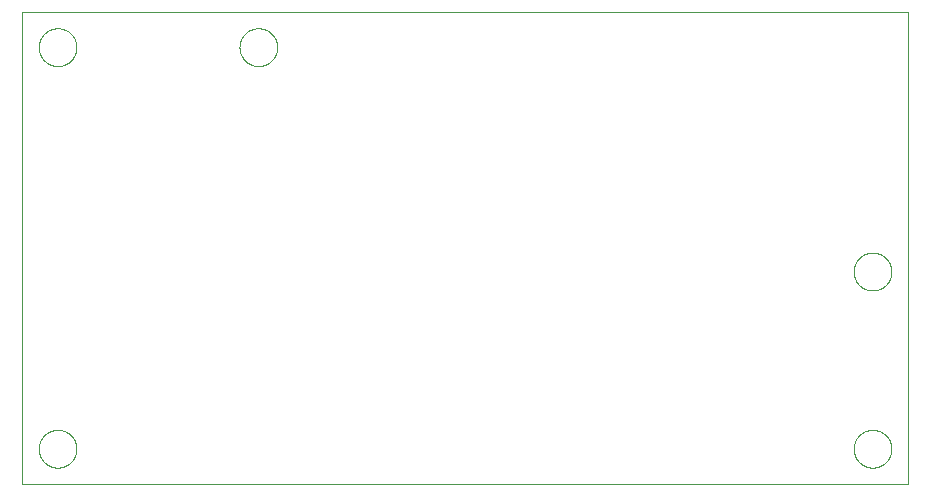
<source format=gko>
G75*
%MOIN*%
%OFA0B0*%
%FSLAX25Y25*%
%IPPOS*%
%LPD*%
%AMOC8*
5,1,8,0,0,1.08239X$1,22.5*
%
%ADD10C,0.00000*%
D10*
X0008825Y0014337D02*
X0008825Y0171818D01*
X0304101Y0171818D01*
X0304101Y0014337D01*
X0008825Y0014337D01*
X0014337Y0026148D02*
X0014339Y0026306D01*
X0014345Y0026464D01*
X0014355Y0026622D01*
X0014369Y0026780D01*
X0014387Y0026937D01*
X0014408Y0027094D01*
X0014434Y0027250D01*
X0014464Y0027406D01*
X0014497Y0027561D01*
X0014535Y0027714D01*
X0014576Y0027867D01*
X0014621Y0028019D01*
X0014670Y0028170D01*
X0014723Y0028319D01*
X0014779Y0028467D01*
X0014839Y0028613D01*
X0014903Y0028758D01*
X0014971Y0028901D01*
X0015042Y0029043D01*
X0015116Y0029183D01*
X0015194Y0029320D01*
X0015276Y0029456D01*
X0015360Y0029590D01*
X0015449Y0029721D01*
X0015540Y0029850D01*
X0015635Y0029977D01*
X0015732Y0030102D01*
X0015833Y0030224D01*
X0015937Y0030343D01*
X0016044Y0030460D01*
X0016154Y0030574D01*
X0016267Y0030685D01*
X0016382Y0030794D01*
X0016500Y0030899D01*
X0016621Y0031001D01*
X0016744Y0031101D01*
X0016870Y0031197D01*
X0016998Y0031290D01*
X0017128Y0031380D01*
X0017261Y0031466D01*
X0017396Y0031550D01*
X0017532Y0031629D01*
X0017671Y0031706D01*
X0017812Y0031778D01*
X0017954Y0031848D01*
X0018098Y0031913D01*
X0018244Y0031975D01*
X0018391Y0032033D01*
X0018540Y0032088D01*
X0018690Y0032139D01*
X0018841Y0032186D01*
X0018993Y0032229D01*
X0019146Y0032268D01*
X0019301Y0032304D01*
X0019456Y0032335D01*
X0019612Y0032363D01*
X0019768Y0032387D01*
X0019925Y0032407D01*
X0020083Y0032423D01*
X0020240Y0032435D01*
X0020399Y0032443D01*
X0020557Y0032447D01*
X0020715Y0032447D01*
X0020873Y0032443D01*
X0021032Y0032435D01*
X0021189Y0032423D01*
X0021347Y0032407D01*
X0021504Y0032387D01*
X0021660Y0032363D01*
X0021816Y0032335D01*
X0021971Y0032304D01*
X0022126Y0032268D01*
X0022279Y0032229D01*
X0022431Y0032186D01*
X0022582Y0032139D01*
X0022732Y0032088D01*
X0022881Y0032033D01*
X0023028Y0031975D01*
X0023174Y0031913D01*
X0023318Y0031848D01*
X0023460Y0031778D01*
X0023601Y0031706D01*
X0023740Y0031629D01*
X0023876Y0031550D01*
X0024011Y0031466D01*
X0024144Y0031380D01*
X0024274Y0031290D01*
X0024402Y0031197D01*
X0024528Y0031101D01*
X0024651Y0031001D01*
X0024772Y0030899D01*
X0024890Y0030794D01*
X0025005Y0030685D01*
X0025118Y0030574D01*
X0025228Y0030460D01*
X0025335Y0030343D01*
X0025439Y0030224D01*
X0025540Y0030102D01*
X0025637Y0029977D01*
X0025732Y0029850D01*
X0025823Y0029721D01*
X0025912Y0029590D01*
X0025996Y0029456D01*
X0026078Y0029320D01*
X0026156Y0029183D01*
X0026230Y0029043D01*
X0026301Y0028901D01*
X0026369Y0028758D01*
X0026433Y0028613D01*
X0026493Y0028467D01*
X0026549Y0028319D01*
X0026602Y0028170D01*
X0026651Y0028019D01*
X0026696Y0027867D01*
X0026737Y0027714D01*
X0026775Y0027561D01*
X0026808Y0027406D01*
X0026838Y0027250D01*
X0026864Y0027094D01*
X0026885Y0026937D01*
X0026903Y0026780D01*
X0026917Y0026622D01*
X0026927Y0026464D01*
X0026933Y0026306D01*
X0026935Y0026148D01*
X0026933Y0025990D01*
X0026927Y0025832D01*
X0026917Y0025674D01*
X0026903Y0025516D01*
X0026885Y0025359D01*
X0026864Y0025202D01*
X0026838Y0025046D01*
X0026808Y0024890D01*
X0026775Y0024735D01*
X0026737Y0024582D01*
X0026696Y0024429D01*
X0026651Y0024277D01*
X0026602Y0024126D01*
X0026549Y0023977D01*
X0026493Y0023829D01*
X0026433Y0023683D01*
X0026369Y0023538D01*
X0026301Y0023395D01*
X0026230Y0023253D01*
X0026156Y0023113D01*
X0026078Y0022976D01*
X0025996Y0022840D01*
X0025912Y0022706D01*
X0025823Y0022575D01*
X0025732Y0022446D01*
X0025637Y0022319D01*
X0025540Y0022194D01*
X0025439Y0022072D01*
X0025335Y0021953D01*
X0025228Y0021836D01*
X0025118Y0021722D01*
X0025005Y0021611D01*
X0024890Y0021502D01*
X0024772Y0021397D01*
X0024651Y0021295D01*
X0024528Y0021195D01*
X0024402Y0021099D01*
X0024274Y0021006D01*
X0024144Y0020916D01*
X0024011Y0020830D01*
X0023876Y0020746D01*
X0023740Y0020667D01*
X0023601Y0020590D01*
X0023460Y0020518D01*
X0023318Y0020448D01*
X0023174Y0020383D01*
X0023028Y0020321D01*
X0022881Y0020263D01*
X0022732Y0020208D01*
X0022582Y0020157D01*
X0022431Y0020110D01*
X0022279Y0020067D01*
X0022126Y0020028D01*
X0021971Y0019992D01*
X0021816Y0019961D01*
X0021660Y0019933D01*
X0021504Y0019909D01*
X0021347Y0019889D01*
X0021189Y0019873D01*
X0021032Y0019861D01*
X0020873Y0019853D01*
X0020715Y0019849D01*
X0020557Y0019849D01*
X0020399Y0019853D01*
X0020240Y0019861D01*
X0020083Y0019873D01*
X0019925Y0019889D01*
X0019768Y0019909D01*
X0019612Y0019933D01*
X0019456Y0019961D01*
X0019301Y0019992D01*
X0019146Y0020028D01*
X0018993Y0020067D01*
X0018841Y0020110D01*
X0018690Y0020157D01*
X0018540Y0020208D01*
X0018391Y0020263D01*
X0018244Y0020321D01*
X0018098Y0020383D01*
X0017954Y0020448D01*
X0017812Y0020518D01*
X0017671Y0020590D01*
X0017532Y0020667D01*
X0017396Y0020746D01*
X0017261Y0020830D01*
X0017128Y0020916D01*
X0016998Y0021006D01*
X0016870Y0021099D01*
X0016744Y0021195D01*
X0016621Y0021295D01*
X0016500Y0021397D01*
X0016382Y0021502D01*
X0016267Y0021611D01*
X0016154Y0021722D01*
X0016044Y0021836D01*
X0015937Y0021953D01*
X0015833Y0022072D01*
X0015732Y0022194D01*
X0015635Y0022319D01*
X0015540Y0022446D01*
X0015449Y0022575D01*
X0015360Y0022706D01*
X0015276Y0022840D01*
X0015194Y0022976D01*
X0015116Y0023113D01*
X0015042Y0023253D01*
X0014971Y0023395D01*
X0014903Y0023538D01*
X0014839Y0023683D01*
X0014779Y0023829D01*
X0014723Y0023977D01*
X0014670Y0024126D01*
X0014621Y0024277D01*
X0014576Y0024429D01*
X0014535Y0024582D01*
X0014497Y0024735D01*
X0014464Y0024890D01*
X0014434Y0025046D01*
X0014408Y0025202D01*
X0014387Y0025359D01*
X0014369Y0025516D01*
X0014355Y0025674D01*
X0014345Y0025832D01*
X0014339Y0025990D01*
X0014337Y0026148D01*
X0014337Y0160007D02*
X0014339Y0160165D01*
X0014345Y0160323D01*
X0014355Y0160481D01*
X0014369Y0160639D01*
X0014387Y0160796D01*
X0014408Y0160953D01*
X0014434Y0161109D01*
X0014464Y0161265D01*
X0014497Y0161420D01*
X0014535Y0161573D01*
X0014576Y0161726D01*
X0014621Y0161878D01*
X0014670Y0162029D01*
X0014723Y0162178D01*
X0014779Y0162326D01*
X0014839Y0162472D01*
X0014903Y0162617D01*
X0014971Y0162760D01*
X0015042Y0162902D01*
X0015116Y0163042D01*
X0015194Y0163179D01*
X0015276Y0163315D01*
X0015360Y0163449D01*
X0015449Y0163580D01*
X0015540Y0163709D01*
X0015635Y0163836D01*
X0015732Y0163961D01*
X0015833Y0164083D01*
X0015937Y0164202D01*
X0016044Y0164319D01*
X0016154Y0164433D01*
X0016267Y0164544D01*
X0016382Y0164653D01*
X0016500Y0164758D01*
X0016621Y0164860D01*
X0016744Y0164960D01*
X0016870Y0165056D01*
X0016998Y0165149D01*
X0017128Y0165239D01*
X0017261Y0165325D01*
X0017396Y0165409D01*
X0017532Y0165488D01*
X0017671Y0165565D01*
X0017812Y0165637D01*
X0017954Y0165707D01*
X0018098Y0165772D01*
X0018244Y0165834D01*
X0018391Y0165892D01*
X0018540Y0165947D01*
X0018690Y0165998D01*
X0018841Y0166045D01*
X0018993Y0166088D01*
X0019146Y0166127D01*
X0019301Y0166163D01*
X0019456Y0166194D01*
X0019612Y0166222D01*
X0019768Y0166246D01*
X0019925Y0166266D01*
X0020083Y0166282D01*
X0020240Y0166294D01*
X0020399Y0166302D01*
X0020557Y0166306D01*
X0020715Y0166306D01*
X0020873Y0166302D01*
X0021032Y0166294D01*
X0021189Y0166282D01*
X0021347Y0166266D01*
X0021504Y0166246D01*
X0021660Y0166222D01*
X0021816Y0166194D01*
X0021971Y0166163D01*
X0022126Y0166127D01*
X0022279Y0166088D01*
X0022431Y0166045D01*
X0022582Y0165998D01*
X0022732Y0165947D01*
X0022881Y0165892D01*
X0023028Y0165834D01*
X0023174Y0165772D01*
X0023318Y0165707D01*
X0023460Y0165637D01*
X0023601Y0165565D01*
X0023740Y0165488D01*
X0023876Y0165409D01*
X0024011Y0165325D01*
X0024144Y0165239D01*
X0024274Y0165149D01*
X0024402Y0165056D01*
X0024528Y0164960D01*
X0024651Y0164860D01*
X0024772Y0164758D01*
X0024890Y0164653D01*
X0025005Y0164544D01*
X0025118Y0164433D01*
X0025228Y0164319D01*
X0025335Y0164202D01*
X0025439Y0164083D01*
X0025540Y0163961D01*
X0025637Y0163836D01*
X0025732Y0163709D01*
X0025823Y0163580D01*
X0025912Y0163449D01*
X0025996Y0163315D01*
X0026078Y0163179D01*
X0026156Y0163042D01*
X0026230Y0162902D01*
X0026301Y0162760D01*
X0026369Y0162617D01*
X0026433Y0162472D01*
X0026493Y0162326D01*
X0026549Y0162178D01*
X0026602Y0162029D01*
X0026651Y0161878D01*
X0026696Y0161726D01*
X0026737Y0161573D01*
X0026775Y0161420D01*
X0026808Y0161265D01*
X0026838Y0161109D01*
X0026864Y0160953D01*
X0026885Y0160796D01*
X0026903Y0160639D01*
X0026917Y0160481D01*
X0026927Y0160323D01*
X0026933Y0160165D01*
X0026935Y0160007D01*
X0026933Y0159849D01*
X0026927Y0159691D01*
X0026917Y0159533D01*
X0026903Y0159375D01*
X0026885Y0159218D01*
X0026864Y0159061D01*
X0026838Y0158905D01*
X0026808Y0158749D01*
X0026775Y0158594D01*
X0026737Y0158441D01*
X0026696Y0158288D01*
X0026651Y0158136D01*
X0026602Y0157985D01*
X0026549Y0157836D01*
X0026493Y0157688D01*
X0026433Y0157542D01*
X0026369Y0157397D01*
X0026301Y0157254D01*
X0026230Y0157112D01*
X0026156Y0156972D01*
X0026078Y0156835D01*
X0025996Y0156699D01*
X0025912Y0156565D01*
X0025823Y0156434D01*
X0025732Y0156305D01*
X0025637Y0156178D01*
X0025540Y0156053D01*
X0025439Y0155931D01*
X0025335Y0155812D01*
X0025228Y0155695D01*
X0025118Y0155581D01*
X0025005Y0155470D01*
X0024890Y0155361D01*
X0024772Y0155256D01*
X0024651Y0155154D01*
X0024528Y0155054D01*
X0024402Y0154958D01*
X0024274Y0154865D01*
X0024144Y0154775D01*
X0024011Y0154689D01*
X0023876Y0154605D01*
X0023740Y0154526D01*
X0023601Y0154449D01*
X0023460Y0154377D01*
X0023318Y0154307D01*
X0023174Y0154242D01*
X0023028Y0154180D01*
X0022881Y0154122D01*
X0022732Y0154067D01*
X0022582Y0154016D01*
X0022431Y0153969D01*
X0022279Y0153926D01*
X0022126Y0153887D01*
X0021971Y0153851D01*
X0021816Y0153820D01*
X0021660Y0153792D01*
X0021504Y0153768D01*
X0021347Y0153748D01*
X0021189Y0153732D01*
X0021032Y0153720D01*
X0020873Y0153712D01*
X0020715Y0153708D01*
X0020557Y0153708D01*
X0020399Y0153712D01*
X0020240Y0153720D01*
X0020083Y0153732D01*
X0019925Y0153748D01*
X0019768Y0153768D01*
X0019612Y0153792D01*
X0019456Y0153820D01*
X0019301Y0153851D01*
X0019146Y0153887D01*
X0018993Y0153926D01*
X0018841Y0153969D01*
X0018690Y0154016D01*
X0018540Y0154067D01*
X0018391Y0154122D01*
X0018244Y0154180D01*
X0018098Y0154242D01*
X0017954Y0154307D01*
X0017812Y0154377D01*
X0017671Y0154449D01*
X0017532Y0154526D01*
X0017396Y0154605D01*
X0017261Y0154689D01*
X0017128Y0154775D01*
X0016998Y0154865D01*
X0016870Y0154958D01*
X0016744Y0155054D01*
X0016621Y0155154D01*
X0016500Y0155256D01*
X0016382Y0155361D01*
X0016267Y0155470D01*
X0016154Y0155581D01*
X0016044Y0155695D01*
X0015937Y0155812D01*
X0015833Y0155931D01*
X0015732Y0156053D01*
X0015635Y0156178D01*
X0015540Y0156305D01*
X0015449Y0156434D01*
X0015360Y0156565D01*
X0015276Y0156699D01*
X0015194Y0156835D01*
X0015116Y0156972D01*
X0015042Y0157112D01*
X0014971Y0157254D01*
X0014903Y0157397D01*
X0014839Y0157542D01*
X0014779Y0157688D01*
X0014723Y0157836D01*
X0014670Y0157985D01*
X0014621Y0158136D01*
X0014576Y0158288D01*
X0014535Y0158441D01*
X0014497Y0158594D01*
X0014464Y0158749D01*
X0014434Y0158905D01*
X0014408Y0159061D01*
X0014387Y0159218D01*
X0014369Y0159375D01*
X0014355Y0159533D01*
X0014345Y0159691D01*
X0014339Y0159849D01*
X0014337Y0160007D01*
X0081266Y0160007D02*
X0081268Y0160165D01*
X0081274Y0160323D01*
X0081284Y0160481D01*
X0081298Y0160639D01*
X0081316Y0160796D01*
X0081337Y0160953D01*
X0081363Y0161109D01*
X0081393Y0161265D01*
X0081426Y0161420D01*
X0081464Y0161573D01*
X0081505Y0161726D01*
X0081550Y0161878D01*
X0081599Y0162029D01*
X0081652Y0162178D01*
X0081708Y0162326D01*
X0081768Y0162472D01*
X0081832Y0162617D01*
X0081900Y0162760D01*
X0081971Y0162902D01*
X0082045Y0163042D01*
X0082123Y0163179D01*
X0082205Y0163315D01*
X0082289Y0163449D01*
X0082378Y0163580D01*
X0082469Y0163709D01*
X0082564Y0163836D01*
X0082661Y0163961D01*
X0082762Y0164083D01*
X0082866Y0164202D01*
X0082973Y0164319D01*
X0083083Y0164433D01*
X0083196Y0164544D01*
X0083311Y0164653D01*
X0083429Y0164758D01*
X0083550Y0164860D01*
X0083673Y0164960D01*
X0083799Y0165056D01*
X0083927Y0165149D01*
X0084057Y0165239D01*
X0084190Y0165325D01*
X0084325Y0165409D01*
X0084461Y0165488D01*
X0084600Y0165565D01*
X0084741Y0165637D01*
X0084883Y0165707D01*
X0085027Y0165772D01*
X0085173Y0165834D01*
X0085320Y0165892D01*
X0085469Y0165947D01*
X0085619Y0165998D01*
X0085770Y0166045D01*
X0085922Y0166088D01*
X0086075Y0166127D01*
X0086230Y0166163D01*
X0086385Y0166194D01*
X0086541Y0166222D01*
X0086697Y0166246D01*
X0086854Y0166266D01*
X0087012Y0166282D01*
X0087169Y0166294D01*
X0087328Y0166302D01*
X0087486Y0166306D01*
X0087644Y0166306D01*
X0087802Y0166302D01*
X0087961Y0166294D01*
X0088118Y0166282D01*
X0088276Y0166266D01*
X0088433Y0166246D01*
X0088589Y0166222D01*
X0088745Y0166194D01*
X0088900Y0166163D01*
X0089055Y0166127D01*
X0089208Y0166088D01*
X0089360Y0166045D01*
X0089511Y0165998D01*
X0089661Y0165947D01*
X0089810Y0165892D01*
X0089957Y0165834D01*
X0090103Y0165772D01*
X0090247Y0165707D01*
X0090389Y0165637D01*
X0090530Y0165565D01*
X0090669Y0165488D01*
X0090805Y0165409D01*
X0090940Y0165325D01*
X0091073Y0165239D01*
X0091203Y0165149D01*
X0091331Y0165056D01*
X0091457Y0164960D01*
X0091580Y0164860D01*
X0091701Y0164758D01*
X0091819Y0164653D01*
X0091934Y0164544D01*
X0092047Y0164433D01*
X0092157Y0164319D01*
X0092264Y0164202D01*
X0092368Y0164083D01*
X0092469Y0163961D01*
X0092566Y0163836D01*
X0092661Y0163709D01*
X0092752Y0163580D01*
X0092841Y0163449D01*
X0092925Y0163315D01*
X0093007Y0163179D01*
X0093085Y0163042D01*
X0093159Y0162902D01*
X0093230Y0162760D01*
X0093298Y0162617D01*
X0093362Y0162472D01*
X0093422Y0162326D01*
X0093478Y0162178D01*
X0093531Y0162029D01*
X0093580Y0161878D01*
X0093625Y0161726D01*
X0093666Y0161573D01*
X0093704Y0161420D01*
X0093737Y0161265D01*
X0093767Y0161109D01*
X0093793Y0160953D01*
X0093814Y0160796D01*
X0093832Y0160639D01*
X0093846Y0160481D01*
X0093856Y0160323D01*
X0093862Y0160165D01*
X0093864Y0160007D01*
X0093862Y0159849D01*
X0093856Y0159691D01*
X0093846Y0159533D01*
X0093832Y0159375D01*
X0093814Y0159218D01*
X0093793Y0159061D01*
X0093767Y0158905D01*
X0093737Y0158749D01*
X0093704Y0158594D01*
X0093666Y0158441D01*
X0093625Y0158288D01*
X0093580Y0158136D01*
X0093531Y0157985D01*
X0093478Y0157836D01*
X0093422Y0157688D01*
X0093362Y0157542D01*
X0093298Y0157397D01*
X0093230Y0157254D01*
X0093159Y0157112D01*
X0093085Y0156972D01*
X0093007Y0156835D01*
X0092925Y0156699D01*
X0092841Y0156565D01*
X0092752Y0156434D01*
X0092661Y0156305D01*
X0092566Y0156178D01*
X0092469Y0156053D01*
X0092368Y0155931D01*
X0092264Y0155812D01*
X0092157Y0155695D01*
X0092047Y0155581D01*
X0091934Y0155470D01*
X0091819Y0155361D01*
X0091701Y0155256D01*
X0091580Y0155154D01*
X0091457Y0155054D01*
X0091331Y0154958D01*
X0091203Y0154865D01*
X0091073Y0154775D01*
X0090940Y0154689D01*
X0090805Y0154605D01*
X0090669Y0154526D01*
X0090530Y0154449D01*
X0090389Y0154377D01*
X0090247Y0154307D01*
X0090103Y0154242D01*
X0089957Y0154180D01*
X0089810Y0154122D01*
X0089661Y0154067D01*
X0089511Y0154016D01*
X0089360Y0153969D01*
X0089208Y0153926D01*
X0089055Y0153887D01*
X0088900Y0153851D01*
X0088745Y0153820D01*
X0088589Y0153792D01*
X0088433Y0153768D01*
X0088276Y0153748D01*
X0088118Y0153732D01*
X0087961Y0153720D01*
X0087802Y0153712D01*
X0087644Y0153708D01*
X0087486Y0153708D01*
X0087328Y0153712D01*
X0087169Y0153720D01*
X0087012Y0153732D01*
X0086854Y0153748D01*
X0086697Y0153768D01*
X0086541Y0153792D01*
X0086385Y0153820D01*
X0086230Y0153851D01*
X0086075Y0153887D01*
X0085922Y0153926D01*
X0085770Y0153969D01*
X0085619Y0154016D01*
X0085469Y0154067D01*
X0085320Y0154122D01*
X0085173Y0154180D01*
X0085027Y0154242D01*
X0084883Y0154307D01*
X0084741Y0154377D01*
X0084600Y0154449D01*
X0084461Y0154526D01*
X0084325Y0154605D01*
X0084190Y0154689D01*
X0084057Y0154775D01*
X0083927Y0154865D01*
X0083799Y0154958D01*
X0083673Y0155054D01*
X0083550Y0155154D01*
X0083429Y0155256D01*
X0083311Y0155361D01*
X0083196Y0155470D01*
X0083083Y0155581D01*
X0082973Y0155695D01*
X0082866Y0155812D01*
X0082762Y0155931D01*
X0082661Y0156053D01*
X0082564Y0156178D01*
X0082469Y0156305D01*
X0082378Y0156434D01*
X0082289Y0156565D01*
X0082205Y0156699D01*
X0082123Y0156835D01*
X0082045Y0156972D01*
X0081971Y0157112D01*
X0081900Y0157254D01*
X0081832Y0157397D01*
X0081768Y0157542D01*
X0081708Y0157688D01*
X0081652Y0157836D01*
X0081599Y0157985D01*
X0081550Y0158136D01*
X0081505Y0158288D01*
X0081464Y0158441D01*
X0081426Y0158594D01*
X0081393Y0158749D01*
X0081363Y0158905D01*
X0081337Y0159061D01*
X0081316Y0159218D01*
X0081298Y0159375D01*
X0081284Y0159533D01*
X0081274Y0159691D01*
X0081268Y0159849D01*
X0081266Y0160007D01*
X0285990Y0085203D02*
X0285992Y0085361D01*
X0285998Y0085519D01*
X0286008Y0085677D01*
X0286022Y0085835D01*
X0286040Y0085992D01*
X0286061Y0086149D01*
X0286087Y0086305D01*
X0286117Y0086461D01*
X0286150Y0086616D01*
X0286188Y0086769D01*
X0286229Y0086922D01*
X0286274Y0087074D01*
X0286323Y0087225D01*
X0286376Y0087374D01*
X0286432Y0087522D01*
X0286492Y0087668D01*
X0286556Y0087813D01*
X0286624Y0087956D01*
X0286695Y0088098D01*
X0286769Y0088238D01*
X0286847Y0088375D01*
X0286929Y0088511D01*
X0287013Y0088645D01*
X0287102Y0088776D01*
X0287193Y0088905D01*
X0287288Y0089032D01*
X0287385Y0089157D01*
X0287486Y0089279D01*
X0287590Y0089398D01*
X0287697Y0089515D01*
X0287807Y0089629D01*
X0287920Y0089740D01*
X0288035Y0089849D01*
X0288153Y0089954D01*
X0288274Y0090056D01*
X0288397Y0090156D01*
X0288523Y0090252D01*
X0288651Y0090345D01*
X0288781Y0090435D01*
X0288914Y0090521D01*
X0289049Y0090605D01*
X0289185Y0090684D01*
X0289324Y0090761D01*
X0289465Y0090833D01*
X0289607Y0090903D01*
X0289751Y0090968D01*
X0289897Y0091030D01*
X0290044Y0091088D01*
X0290193Y0091143D01*
X0290343Y0091194D01*
X0290494Y0091241D01*
X0290646Y0091284D01*
X0290799Y0091323D01*
X0290954Y0091359D01*
X0291109Y0091390D01*
X0291265Y0091418D01*
X0291421Y0091442D01*
X0291578Y0091462D01*
X0291736Y0091478D01*
X0291893Y0091490D01*
X0292052Y0091498D01*
X0292210Y0091502D01*
X0292368Y0091502D01*
X0292526Y0091498D01*
X0292685Y0091490D01*
X0292842Y0091478D01*
X0293000Y0091462D01*
X0293157Y0091442D01*
X0293313Y0091418D01*
X0293469Y0091390D01*
X0293624Y0091359D01*
X0293779Y0091323D01*
X0293932Y0091284D01*
X0294084Y0091241D01*
X0294235Y0091194D01*
X0294385Y0091143D01*
X0294534Y0091088D01*
X0294681Y0091030D01*
X0294827Y0090968D01*
X0294971Y0090903D01*
X0295113Y0090833D01*
X0295254Y0090761D01*
X0295393Y0090684D01*
X0295529Y0090605D01*
X0295664Y0090521D01*
X0295797Y0090435D01*
X0295927Y0090345D01*
X0296055Y0090252D01*
X0296181Y0090156D01*
X0296304Y0090056D01*
X0296425Y0089954D01*
X0296543Y0089849D01*
X0296658Y0089740D01*
X0296771Y0089629D01*
X0296881Y0089515D01*
X0296988Y0089398D01*
X0297092Y0089279D01*
X0297193Y0089157D01*
X0297290Y0089032D01*
X0297385Y0088905D01*
X0297476Y0088776D01*
X0297565Y0088645D01*
X0297649Y0088511D01*
X0297731Y0088375D01*
X0297809Y0088238D01*
X0297883Y0088098D01*
X0297954Y0087956D01*
X0298022Y0087813D01*
X0298086Y0087668D01*
X0298146Y0087522D01*
X0298202Y0087374D01*
X0298255Y0087225D01*
X0298304Y0087074D01*
X0298349Y0086922D01*
X0298390Y0086769D01*
X0298428Y0086616D01*
X0298461Y0086461D01*
X0298491Y0086305D01*
X0298517Y0086149D01*
X0298538Y0085992D01*
X0298556Y0085835D01*
X0298570Y0085677D01*
X0298580Y0085519D01*
X0298586Y0085361D01*
X0298588Y0085203D01*
X0298586Y0085045D01*
X0298580Y0084887D01*
X0298570Y0084729D01*
X0298556Y0084571D01*
X0298538Y0084414D01*
X0298517Y0084257D01*
X0298491Y0084101D01*
X0298461Y0083945D01*
X0298428Y0083790D01*
X0298390Y0083637D01*
X0298349Y0083484D01*
X0298304Y0083332D01*
X0298255Y0083181D01*
X0298202Y0083032D01*
X0298146Y0082884D01*
X0298086Y0082738D01*
X0298022Y0082593D01*
X0297954Y0082450D01*
X0297883Y0082308D01*
X0297809Y0082168D01*
X0297731Y0082031D01*
X0297649Y0081895D01*
X0297565Y0081761D01*
X0297476Y0081630D01*
X0297385Y0081501D01*
X0297290Y0081374D01*
X0297193Y0081249D01*
X0297092Y0081127D01*
X0296988Y0081008D01*
X0296881Y0080891D01*
X0296771Y0080777D01*
X0296658Y0080666D01*
X0296543Y0080557D01*
X0296425Y0080452D01*
X0296304Y0080350D01*
X0296181Y0080250D01*
X0296055Y0080154D01*
X0295927Y0080061D01*
X0295797Y0079971D01*
X0295664Y0079885D01*
X0295529Y0079801D01*
X0295393Y0079722D01*
X0295254Y0079645D01*
X0295113Y0079573D01*
X0294971Y0079503D01*
X0294827Y0079438D01*
X0294681Y0079376D01*
X0294534Y0079318D01*
X0294385Y0079263D01*
X0294235Y0079212D01*
X0294084Y0079165D01*
X0293932Y0079122D01*
X0293779Y0079083D01*
X0293624Y0079047D01*
X0293469Y0079016D01*
X0293313Y0078988D01*
X0293157Y0078964D01*
X0293000Y0078944D01*
X0292842Y0078928D01*
X0292685Y0078916D01*
X0292526Y0078908D01*
X0292368Y0078904D01*
X0292210Y0078904D01*
X0292052Y0078908D01*
X0291893Y0078916D01*
X0291736Y0078928D01*
X0291578Y0078944D01*
X0291421Y0078964D01*
X0291265Y0078988D01*
X0291109Y0079016D01*
X0290954Y0079047D01*
X0290799Y0079083D01*
X0290646Y0079122D01*
X0290494Y0079165D01*
X0290343Y0079212D01*
X0290193Y0079263D01*
X0290044Y0079318D01*
X0289897Y0079376D01*
X0289751Y0079438D01*
X0289607Y0079503D01*
X0289465Y0079573D01*
X0289324Y0079645D01*
X0289185Y0079722D01*
X0289049Y0079801D01*
X0288914Y0079885D01*
X0288781Y0079971D01*
X0288651Y0080061D01*
X0288523Y0080154D01*
X0288397Y0080250D01*
X0288274Y0080350D01*
X0288153Y0080452D01*
X0288035Y0080557D01*
X0287920Y0080666D01*
X0287807Y0080777D01*
X0287697Y0080891D01*
X0287590Y0081008D01*
X0287486Y0081127D01*
X0287385Y0081249D01*
X0287288Y0081374D01*
X0287193Y0081501D01*
X0287102Y0081630D01*
X0287013Y0081761D01*
X0286929Y0081895D01*
X0286847Y0082031D01*
X0286769Y0082168D01*
X0286695Y0082308D01*
X0286624Y0082450D01*
X0286556Y0082593D01*
X0286492Y0082738D01*
X0286432Y0082884D01*
X0286376Y0083032D01*
X0286323Y0083181D01*
X0286274Y0083332D01*
X0286229Y0083484D01*
X0286188Y0083637D01*
X0286150Y0083790D01*
X0286117Y0083945D01*
X0286087Y0084101D01*
X0286061Y0084257D01*
X0286040Y0084414D01*
X0286022Y0084571D01*
X0286008Y0084729D01*
X0285998Y0084887D01*
X0285992Y0085045D01*
X0285990Y0085203D01*
X0285990Y0026148D02*
X0285992Y0026306D01*
X0285998Y0026464D01*
X0286008Y0026622D01*
X0286022Y0026780D01*
X0286040Y0026937D01*
X0286061Y0027094D01*
X0286087Y0027250D01*
X0286117Y0027406D01*
X0286150Y0027561D01*
X0286188Y0027714D01*
X0286229Y0027867D01*
X0286274Y0028019D01*
X0286323Y0028170D01*
X0286376Y0028319D01*
X0286432Y0028467D01*
X0286492Y0028613D01*
X0286556Y0028758D01*
X0286624Y0028901D01*
X0286695Y0029043D01*
X0286769Y0029183D01*
X0286847Y0029320D01*
X0286929Y0029456D01*
X0287013Y0029590D01*
X0287102Y0029721D01*
X0287193Y0029850D01*
X0287288Y0029977D01*
X0287385Y0030102D01*
X0287486Y0030224D01*
X0287590Y0030343D01*
X0287697Y0030460D01*
X0287807Y0030574D01*
X0287920Y0030685D01*
X0288035Y0030794D01*
X0288153Y0030899D01*
X0288274Y0031001D01*
X0288397Y0031101D01*
X0288523Y0031197D01*
X0288651Y0031290D01*
X0288781Y0031380D01*
X0288914Y0031466D01*
X0289049Y0031550D01*
X0289185Y0031629D01*
X0289324Y0031706D01*
X0289465Y0031778D01*
X0289607Y0031848D01*
X0289751Y0031913D01*
X0289897Y0031975D01*
X0290044Y0032033D01*
X0290193Y0032088D01*
X0290343Y0032139D01*
X0290494Y0032186D01*
X0290646Y0032229D01*
X0290799Y0032268D01*
X0290954Y0032304D01*
X0291109Y0032335D01*
X0291265Y0032363D01*
X0291421Y0032387D01*
X0291578Y0032407D01*
X0291736Y0032423D01*
X0291893Y0032435D01*
X0292052Y0032443D01*
X0292210Y0032447D01*
X0292368Y0032447D01*
X0292526Y0032443D01*
X0292685Y0032435D01*
X0292842Y0032423D01*
X0293000Y0032407D01*
X0293157Y0032387D01*
X0293313Y0032363D01*
X0293469Y0032335D01*
X0293624Y0032304D01*
X0293779Y0032268D01*
X0293932Y0032229D01*
X0294084Y0032186D01*
X0294235Y0032139D01*
X0294385Y0032088D01*
X0294534Y0032033D01*
X0294681Y0031975D01*
X0294827Y0031913D01*
X0294971Y0031848D01*
X0295113Y0031778D01*
X0295254Y0031706D01*
X0295393Y0031629D01*
X0295529Y0031550D01*
X0295664Y0031466D01*
X0295797Y0031380D01*
X0295927Y0031290D01*
X0296055Y0031197D01*
X0296181Y0031101D01*
X0296304Y0031001D01*
X0296425Y0030899D01*
X0296543Y0030794D01*
X0296658Y0030685D01*
X0296771Y0030574D01*
X0296881Y0030460D01*
X0296988Y0030343D01*
X0297092Y0030224D01*
X0297193Y0030102D01*
X0297290Y0029977D01*
X0297385Y0029850D01*
X0297476Y0029721D01*
X0297565Y0029590D01*
X0297649Y0029456D01*
X0297731Y0029320D01*
X0297809Y0029183D01*
X0297883Y0029043D01*
X0297954Y0028901D01*
X0298022Y0028758D01*
X0298086Y0028613D01*
X0298146Y0028467D01*
X0298202Y0028319D01*
X0298255Y0028170D01*
X0298304Y0028019D01*
X0298349Y0027867D01*
X0298390Y0027714D01*
X0298428Y0027561D01*
X0298461Y0027406D01*
X0298491Y0027250D01*
X0298517Y0027094D01*
X0298538Y0026937D01*
X0298556Y0026780D01*
X0298570Y0026622D01*
X0298580Y0026464D01*
X0298586Y0026306D01*
X0298588Y0026148D01*
X0298586Y0025990D01*
X0298580Y0025832D01*
X0298570Y0025674D01*
X0298556Y0025516D01*
X0298538Y0025359D01*
X0298517Y0025202D01*
X0298491Y0025046D01*
X0298461Y0024890D01*
X0298428Y0024735D01*
X0298390Y0024582D01*
X0298349Y0024429D01*
X0298304Y0024277D01*
X0298255Y0024126D01*
X0298202Y0023977D01*
X0298146Y0023829D01*
X0298086Y0023683D01*
X0298022Y0023538D01*
X0297954Y0023395D01*
X0297883Y0023253D01*
X0297809Y0023113D01*
X0297731Y0022976D01*
X0297649Y0022840D01*
X0297565Y0022706D01*
X0297476Y0022575D01*
X0297385Y0022446D01*
X0297290Y0022319D01*
X0297193Y0022194D01*
X0297092Y0022072D01*
X0296988Y0021953D01*
X0296881Y0021836D01*
X0296771Y0021722D01*
X0296658Y0021611D01*
X0296543Y0021502D01*
X0296425Y0021397D01*
X0296304Y0021295D01*
X0296181Y0021195D01*
X0296055Y0021099D01*
X0295927Y0021006D01*
X0295797Y0020916D01*
X0295664Y0020830D01*
X0295529Y0020746D01*
X0295393Y0020667D01*
X0295254Y0020590D01*
X0295113Y0020518D01*
X0294971Y0020448D01*
X0294827Y0020383D01*
X0294681Y0020321D01*
X0294534Y0020263D01*
X0294385Y0020208D01*
X0294235Y0020157D01*
X0294084Y0020110D01*
X0293932Y0020067D01*
X0293779Y0020028D01*
X0293624Y0019992D01*
X0293469Y0019961D01*
X0293313Y0019933D01*
X0293157Y0019909D01*
X0293000Y0019889D01*
X0292842Y0019873D01*
X0292685Y0019861D01*
X0292526Y0019853D01*
X0292368Y0019849D01*
X0292210Y0019849D01*
X0292052Y0019853D01*
X0291893Y0019861D01*
X0291736Y0019873D01*
X0291578Y0019889D01*
X0291421Y0019909D01*
X0291265Y0019933D01*
X0291109Y0019961D01*
X0290954Y0019992D01*
X0290799Y0020028D01*
X0290646Y0020067D01*
X0290494Y0020110D01*
X0290343Y0020157D01*
X0290193Y0020208D01*
X0290044Y0020263D01*
X0289897Y0020321D01*
X0289751Y0020383D01*
X0289607Y0020448D01*
X0289465Y0020518D01*
X0289324Y0020590D01*
X0289185Y0020667D01*
X0289049Y0020746D01*
X0288914Y0020830D01*
X0288781Y0020916D01*
X0288651Y0021006D01*
X0288523Y0021099D01*
X0288397Y0021195D01*
X0288274Y0021295D01*
X0288153Y0021397D01*
X0288035Y0021502D01*
X0287920Y0021611D01*
X0287807Y0021722D01*
X0287697Y0021836D01*
X0287590Y0021953D01*
X0287486Y0022072D01*
X0287385Y0022194D01*
X0287288Y0022319D01*
X0287193Y0022446D01*
X0287102Y0022575D01*
X0287013Y0022706D01*
X0286929Y0022840D01*
X0286847Y0022976D01*
X0286769Y0023113D01*
X0286695Y0023253D01*
X0286624Y0023395D01*
X0286556Y0023538D01*
X0286492Y0023683D01*
X0286432Y0023829D01*
X0286376Y0023977D01*
X0286323Y0024126D01*
X0286274Y0024277D01*
X0286229Y0024429D01*
X0286188Y0024582D01*
X0286150Y0024735D01*
X0286117Y0024890D01*
X0286087Y0025046D01*
X0286061Y0025202D01*
X0286040Y0025359D01*
X0286022Y0025516D01*
X0286008Y0025674D01*
X0285998Y0025832D01*
X0285992Y0025990D01*
X0285990Y0026148D01*
M02*

</source>
